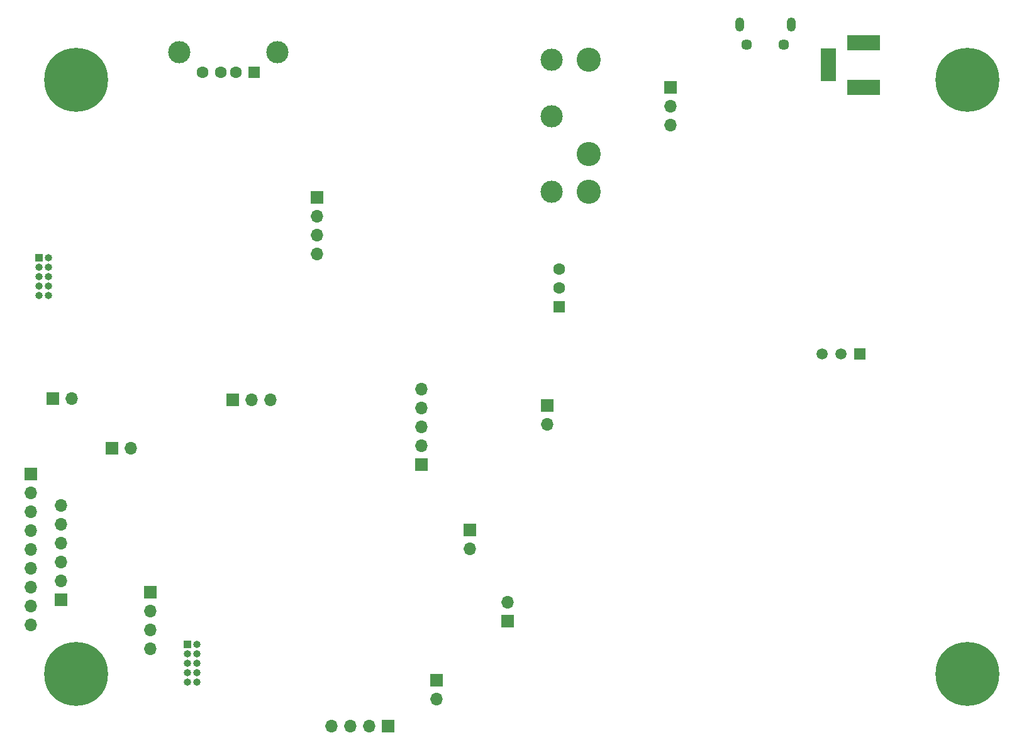
<source format=gbr>
%TF.GenerationSoftware,KiCad,Pcbnew,5.1.9*%
%TF.CreationDate,2021-03-23T14:00:18-04:00*%
%TF.ProjectId,digidraw,64696769-6472-4617-972e-6b696361645f,rev?*%
%TF.SameCoordinates,Original*%
%TF.FileFunction,Soldermask,Bot*%
%TF.FilePolarity,Negative*%
%FSLAX46Y46*%
G04 Gerber Fmt 4.6, Leading zero omitted, Abs format (unit mm)*
G04 Created by KiCad (PCBNEW 5.1.9) date 2021-03-23 14:00:18*
%MOMM*%
%LPD*%
G01*
G04 APERTURE LIST*
%ADD10O,1.700000X1.700000*%
%ADD11R,1.700000X1.700000*%
%ADD12O,1.000000X1.000000*%
%ADD13R,1.000000X1.000000*%
%ADD14C,1.508000*%
%ADD15R,1.508000X1.508000*%
%ADD16C,0.900000*%
%ADD17C,8.600000*%
%ADD18C,1.599999*%
%ADD19R,1.599999X1.599999*%
%ADD20C,3.250000*%
%ADD21C,3.000000*%
%ADD22C,1.450000*%
%ADD23O,1.200000X1.900000*%
%ADD24R,2.000000X4.500000*%
%ADD25R,4.500000X2.000000*%
%ADD26C,1.600000*%
%ADD27R,1.600000X1.500000*%
G04 APERTURE END LIST*
D10*
%TO.C,J13*%
X95180000Y-117100000D03*
X92640000Y-117100000D03*
D11*
X90100000Y-117100000D03*
%TD*%
D10*
%TO.C,J9*%
X101400000Y-97420000D03*
X101400000Y-94880000D03*
X101400000Y-92340000D03*
D11*
X101400000Y-89800000D03*
%TD*%
D10*
%TO.C,J19*%
X127100000Y-144360000D03*
D11*
X127100000Y-146900000D03*
%TD*%
D10*
%TO.C,J18*%
X132400000Y-120440000D03*
D11*
X132400000Y-117900000D03*
%TD*%
D10*
%TO.C,J17*%
X76340000Y-123600000D03*
D11*
X73800000Y-123600000D03*
%TD*%
D10*
%TO.C,J16*%
X68440000Y-116900000D03*
D11*
X65900000Y-116900000D03*
%TD*%
D10*
%TO.C,J15*%
X122000000Y-137140000D03*
D11*
X122000000Y-134600000D03*
%TD*%
D10*
%TO.C,J14*%
X117500000Y-157440000D03*
D11*
X117500000Y-154900000D03*
%TD*%
D12*
%TO.C,J11*%
X65270000Y-103080000D03*
X64000000Y-103080000D03*
X65270000Y-101810000D03*
X64000000Y-101810000D03*
X65270000Y-100540000D03*
X64000000Y-100540000D03*
X65270000Y-99270000D03*
X64000000Y-99270000D03*
X65270000Y-98000000D03*
D13*
X64000000Y-98000000D03*
%TD*%
D12*
%TO.C,J3*%
X85270000Y-155080000D03*
X84000000Y-155080000D03*
X85270000Y-153810000D03*
X84000000Y-153810000D03*
X85270000Y-152540000D03*
X84000000Y-152540000D03*
X85270000Y-151270000D03*
X84000000Y-151270000D03*
X85270000Y-150000000D03*
D13*
X84000000Y-150000000D03*
%TD*%
D14*
%TO.C,U2*%
X169460000Y-110900000D03*
X172000000Y-110900000D03*
D15*
X174540000Y-110900000D03*
%TD*%
D10*
%TO.C,J8*%
X79000000Y-150620000D03*
X79000000Y-148080000D03*
X79000000Y-145540000D03*
D11*
X79000000Y-143000000D03*
%TD*%
D16*
%TO.C,H4*%
X191280419Y-151719581D03*
X189000000Y-150775000D03*
X186719581Y-151719581D03*
X185775000Y-154000000D03*
X186719581Y-156280419D03*
X189000000Y-157225000D03*
X191280419Y-156280419D03*
X192225000Y-154000000D03*
D17*
X189000000Y-154000000D03*
%TD*%
D16*
%TO.C,H3*%
X71280419Y-151719581D03*
X69000000Y-150775000D03*
X66719581Y-151719581D03*
X65775000Y-154000000D03*
X66719581Y-156280419D03*
X69000000Y-157225000D03*
X71280419Y-156280419D03*
X72225000Y-154000000D03*
D17*
X69000000Y-154000000D03*
%TD*%
D16*
%TO.C,H2*%
X71280419Y-71719581D03*
X69000000Y-70775000D03*
X66719581Y-71719581D03*
X65775000Y-74000000D03*
X66719581Y-76280419D03*
X69000000Y-77225000D03*
X71280419Y-76280419D03*
X72225000Y-74000000D03*
D17*
X69000000Y-74000000D03*
%TD*%
D16*
%TO.C,H1*%
X191280419Y-71719581D03*
X189000000Y-70775000D03*
X186719581Y-71719581D03*
X185775000Y-74000000D03*
X186719581Y-76280419D03*
X189000000Y-77225000D03*
X191280419Y-76280419D03*
X192225000Y-74000000D03*
D17*
X189000000Y-74000000D03*
%TD*%
D10*
%TO.C,J7*%
X62900000Y-147420000D03*
X62900000Y-144880000D03*
X62900000Y-142340000D03*
X62900000Y-139800000D03*
X62900000Y-137260000D03*
X62900000Y-134720000D03*
X62900000Y-132180000D03*
X62900000Y-129640000D03*
D11*
X62900000Y-127100000D03*
%TD*%
D18*
%TO.C,U8*%
X134000000Y-99460000D03*
X134000000Y-102000000D03*
D19*
X134000000Y-104540000D03*
%TD*%
D10*
%TO.C,J12*%
X149000000Y-80080000D03*
X149000000Y-77540000D03*
D11*
X149000000Y-75000000D03*
%TD*%
D10*
%TO.C,J6*%
X103380000Y-161000000D03*
X105920000Y-161000000D03*
X108460000Y-161000000D03*
D11*
X111000000Y-161000000D03*
%TD*%
D10*
%TO.C,J5*%
X115500000Y-115680000D03*
X115500000Y-118220000D03*
X115500000Y-120760000D03*
X115500000Y-123300000D03*
D11*
X115500000Y-125840000D03*
%TD*%
D10*
%TO.C,J4*%
X67000000Y-131300000D03*
X67000000Y-133840000D03*
X67000000Y-136380000D03*
X67000000Y-138920000D03*
X67000000Y-141460000D03*
D11*
X67000000Y-144000000D03*
%TD*%
D20*
%TO.C,CON1*%
X138000000Y-89080000D03*
X138000000Y-71300000D03*
D21*
X133045000Y-71300000D03*
X133045000Y-78920000D03*
X133045000Y-89080000D03*
D20*
X138000000Y-84000000D03*
%TD*%
D22*
%TO.C,J1*%
X164300000Y-69262500D03*
X159300000Y-69262500D03*
D23*
X165300000Y-66562500D03*
X158300000Y-66562500D03*
%TD*%
D24*
%TO.C,J2*%
X170300000Y-72000000D03*
D25*
X175000000Y-75000000D03*
X175000000Y-69000000D03*
%TD*%
D26*
%TO.C,J10*%
X86000000Y-73000000D03*
X88500000Y-73000000D03*
X90500000Y-73000000D03*
D27*
X93000000Y-73000000D03*
D21*
X82930000Y-70290000D03*
X96070000Y-70290000D03*
%TD*%
M02*

</source>
